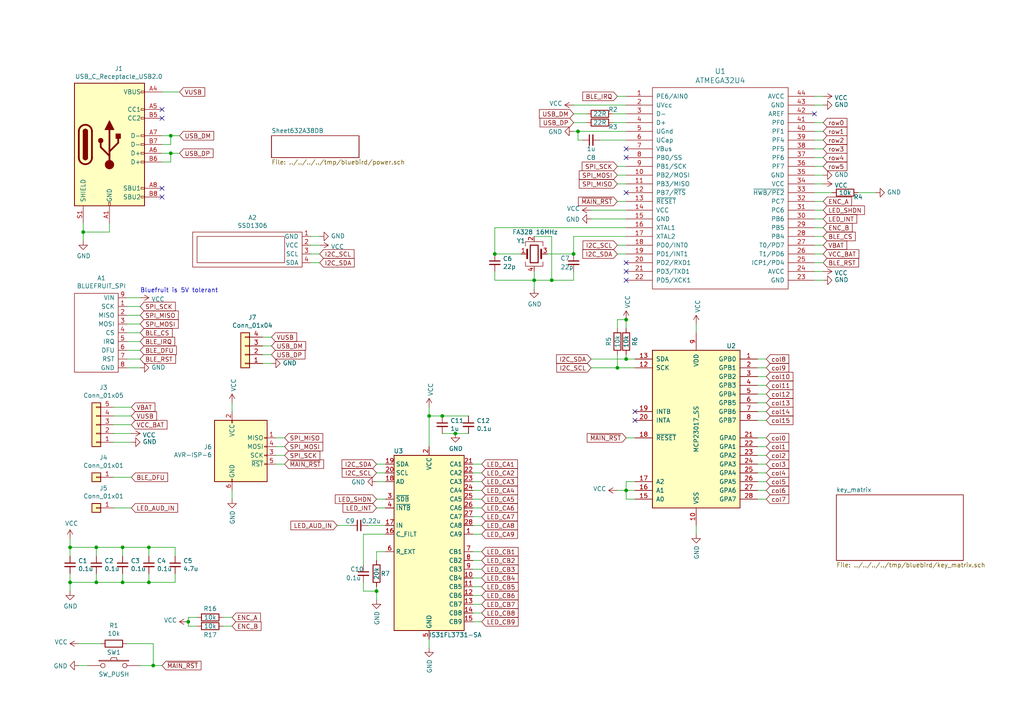
<source format=kicad_sch>
(kicad_sch (version 20230121) (generator eeschema)
  (paper "A4")
  (lib_symbols
    (symbol "Connector:AVR-ISP-6" (pin_names (offset 1.016))
      (property "Reference" "J" (at -6.35 11.43 0))
      (property "Value" "AVR-ISP-6" (at 0 11.43 0))
      (symbol "AVR-ISP-6_1_1"
        (pin passive line (at 10.16 5.08 180) (length 2.54) (name "MISO") (number "1"))
        (pin passive line (at -2.54 12.7 270) (length 2.54) (name "VCC") (number "2"))
        (pin passive line (at 10.16 0 180) (length 2.54) (name "SCK") (number "3"))
        (pin passive line (at 10.16 2.54 180) (length 2.54) (name "MOSI") (number "4"))
        (pin passive line (at 10.16 -2.54 180) (length 2.54) (name "~{RST}") (number "5"))
        (pin passive line (at -2.54 -10.16 90) (length 2.54) (name "GND") (number "6"))
      )
    )
    (symbol "Connector_Generic:Conn_01x01" (pin_names (offset 1.016) hide)
      (property "Reference" "J" (at 0 2.54 0))
      (property "Value" "Conn_01x01" (at 0 -2.54 0))
      (symbol "Conn_01x01_1_1"
        (pin passive line (at -5.08 0 0) (length 3.81) (name "Pin_1") (number "1"))
      )
    )
    (symbol "Connector_Generic:Conn_01x04" (pin_names (offset 1.016) hide)
      (property "Reference" "J" (at 0 5.08 0))
      (property "Value" "Conn_01x04" (at 0 -7.62 0))
      (symbol "Conn_01x04_1_1"
        (pin passive line (at -5.08 2.54 0) (length 3.81) (name "Pin_1") (number "1"))
        (pin passive line (at -5.08 0 0) (length 3.81) (name "Pin_2") (number "2"))
        (pin passive line (at -5.08 -2.54 0) (length 3.81) (name "Pin_3") (number "3"))
        (pin passive line (at -5.08 -5.08 0) (length 3.81) (name "Pin_4") (number "4"))
      )
    )
    (symbol "Connector_Generic:Conn_01x05" (pin_names (offset 1.016) hide)
      (property "Reference" "J" (at 0 7.62 0))
      (property "Value" "Conn_01x05" (at 0 -7.62 0))
      (symbol "Conn_01x05_1_1"
        (pin passive line (at -5.08 5.08 0) (length 3.81) (name "Pin_1") (number "1"))
        (pin passive line (at -5.08 2.54 0) (length 3.81) (name "Pin_2") (number "2"))
        (pin passive line (at -5.08 0 0) (length 3.81) (name "Pin_3") (number "3"))
        (pin passive line (at -5.08 -2.54 0) (length 3.81) (name "Pin_4") (number "4"))
        (pin passive line (at -5.08 -5.08 0) (length 3.81) (name "Pin_5") (number "5"))
      )
    )
    (symbol "Device:C_Small" (pin_numbers hide) (pin_names (offset 0.254) hide)
      (property "Reference" "C" (at 0.254 1.778 0))
      (property "Value" "C_Small" (at 0.254 -2.032 0))
      (symbol "C_Small_1_1"
        (pin passive line (at 0 2.54 270) (length 2.032) (name "~") (number "1"))
        (pin passive line (at 0 -2.54 90) (length 2.032) (name "~") (number "2"))
      )
    )
    (symbol "Device:Crystal_GND24" (pin_names (offset 1.016) hide)
      (property "Reference" "Y" (at 3.175 5.08 0))
      (property "Value" "Crystal_GND24" (at 3.175 3.175 0))
      (symbol "Crystal_GND24_1_1"
        (pin passive line (at -3.81 0 0) (length 1.27) (name "1") (number "1"))
        (pin passive line (at 0 5.08 270) (length 1.27) (name "2") (number "2"))
        (pin passive line (at 3.81 0 180) (length 1.27) (name "3") (number "3"))
        (pin passive line (at 0 -5.08 90) (length 1.27) (name "4") (number "4"))
      )
    )
    (symbol "Device:R" (pin_numbers hide) (pin_names (offset 0))
      (property "Reference" "R" (at 2.032 0 90))
      (property "Value" "R" (at 0 0 90))
      (symbol "R_1_1"
        (pin passive line (at 0 3.81 270) (length 1.27) (name "~") (number "1"))
        (pin passive line (at 0 -3.81 90) (length 1.27) (name "~") (number "2"))
      )
    )
    (symbol "Driver_LED:IS31FL3731-SA"
      (property "Reference" "U" (at -10.16 26.035 0))
      (property "Value" "IS31FL3731-SA" (at 2.54 -26.035 0))
      (symbol "IS31FL3731-SA_1_1"
        (pin bidirectional line (at 12.7 2.54 180) (length 2.54) (name "CA9") (number "1"))
        (pin bidirectional line (at 12.7 -10.16 180) (length 2.54) (name "CB4") (number "10"))
        (pin bidirectional line (at 12.7 -12.7 180) (length 2.54) (name "CB5") (number "11"))
        (pin bidirectional line (at 12.7 -15.24 180) (length 2.54) (name "CB6") (number "12"))
        (pin bidirectional line (at 12.7 -17.78 180) (length 2.54) (name "CB7") (number "13"))
        (pin bidirectional line (at 12.7 -20.32 180) (length 2.54) (name "CB8") (number "14"))
        (pin bidirectional line (at 12.7 -22.86 180) (length 2.54) (name "CB9") (number "15"))
        (pin passive line (at -12.7 2.54 0) (length 2.54) (name "C_FILT") (number "16"))
        (pin input line (at -12.7 5.08 0) (length 2.54) (name "IN") (number "17"))
        (pin input line (at -12.7 17.78 0) (length 2.54) (name "AD") (number "18"))
        (pin bidirectional line (at -12.7 22.86 0) (length 2.54) (name "SDA") (number "19"))
        (pin power_in line (at 0 27.94 270) (length 2.54) (name "VCC") (number "2"))
        (pin input line (at -12.7 20.32 0) (length 2.54) (name "SCL") (number "20"))
        (pin bidirectional line (at 12.7 22.86 180) (length 2.54) (name "CA1") (number "21"))
        (pin bidirectional line (at 12.7 20.32 180) (length 2.54) (name "CA2") (number "22"))
        (pin bidirectional line (at 12.7 17.78 180) (length 2.54) (name "CA3") (number "23"))
        (pin bidirectional line (at 12.7 15.24 180) (length 2.54) (name "CA4") (number "24"))
        (pin bidirectional line (at 12.7 12.7 180) (length 2.54) (name "CA5") (number "25"))
        (pin bidirectional line (at 12.7 10.16 180) (length 2.54) (name "CA6") (number "26"))
        (pin bidirectional line (at 12.7 7.62 180) (length 2.54) (name "CA7") (number "27"))
        (pin bidirectional line (at 12.7 5.08 180) (length 2.54) (name "CA8") (number "28"))
        (pin input line (at -12.7 12.7 0) (length 2.54) (name "~{SDB}") (number "3"))
        (pin open_collector line (at -12.7 10.16 0) (length 2.54) (name "~{INTB}") (number "4"))
        (pin power_in line (at 0 -27.94 90) (length 2.54) (name "GND") (number "5"))
        (pin passive line (at -12.7 -2.54 0) (length 2.54) (name "R_EXT") (number "6"))
        (pin bidirectional line (at 12.7 -2.54 180) (length 2.54) (name "CB1") (number "7"))
        (pin bidirectional line (at 12.7 -5.08 180) (length 2.54) (name "CB2") (number "8"))
        (pin bidirectional line (at 12.7 -7.62 180) (length 2.54) (name "CB3") (number "9"))
      )
    )
    (symbol "Interface_Expansion:MCP23017_SS" (pin_names (offset 1.016))
      (property "Reference" "U" (at -11.43 24.13 0))
      (property "Value" "MCP23017_SS" (at 0 0 0))
      (symbol "MCP23017_SS_1_1"
        (pin bidirectional line (at 17.78 20.32 180) (length 5.08) (name "GPB0") (number "1"))
        (pin power_in line (at 0 -27.94 90) (length 5.08) (name "VSS") (number "10"))
        (pin no_connect line (at -12.7 15.24 0) (length 5.08) hide (name "NC") (number "11"))
        (pin input line (at -17.78 17.78 0) (length 5.08) (name "SCK") (number "12"))
        (pin bidirectional line (at -17.78 20.32 0) (length 5.08) (name "SDA") (number "13"))
        (pin no_connect line (at -12.7 12.7 0) (length 5.08) hide (name "NC") (number "14"))
        (pin input line (at -17.78 -20.32 0) (length 5.08) (name "A0") (number "15"))
        (pin input line (at -17.78 -17.78 0) (length 5.08) (name "A1") (number "16"))
        (pin input line (at -17.78 -15.24 0) (length 5.08) (name "A2") (number "17"))
        (pin input line (at -17.78 -2.54 0) (length 5.08) (name "~{RESET}") (number "18"))
        (pin tri_state line (at -17.78 5.08 0) (length 5.08) (name "INTB") (number "19"))
        (pin bidirectional line (at 17.78 17.78 180) (length 5.08) (name "GPB1") (number "2"))
        (pin tri_state line (at -17.78 2.54 0) (length 5.08) (name "INTA") (number "20"))
        (pin bidirectional line (at 17.78 -2.54 180) (length 5.08) (name "GPA0") (number "21"))
        (pin bidirectional line (at 17.78 -5.08 180) (length 5.08) (name "GPA1") (number "22"))
        (pin bidirectional line (at 17.78 -7.62 180) (length 5.08) (name "GPA2") (number "23"))
        (pin bidirectional line (at 17.78 -10.16 180) (length 5.08) (name "GPA3") (number "24"))
        (pin bidirectional line (at 17.78 -12.7 180) (length 5.08) (name "GPA4") (number "25"))
        (pin bidirectional line (at 17.78 -15.24 180) (length 5.08) (name "GPA5") (number "26"))
        (pin bidirectional line (at 17.78 -17.78 180) (length 5.08) (name "GPA6") (number "27"))
        (pin bidirectional line (at 17.78 -20.32 180) (length 5.08) (name "GPA7") (number "28"))
        (pin bidirectional line (at 17.78 15.24 180) (length 5.08) (name "GPB2") (number "3"))
        (pin bidirectional line (at 17.78 12.7 180) (length 5.08) (name "GPB3") (number "4"))
        (pin bidirectional line (at 17.78 10.16 180) (length 5.08) (name "GPB4") (number "5"))
        (pin bidirectional line (at 17.78 7.62 180) (length 5.08) (name "GPB5") (number "6"))
        (pin bidirectional line (at 17.78 5.08 180) (length 5.08) (name "GPB6") (number "7"))
        (pin bidirectional line (at 17.78 2.54 180) (length 5.08) (name "GPB7") (number "8"))
        (pin power_in line (at 0 27.94 270) (length 5.08) (name "VDD") (number "9"))
      )
    )
    (symbol "bluebird-rescue:ATMEGA32U4-keyboard_parts" (pin_names (offset 1.016))
      (property "Reference" "U" (at 0 -31.75 0))
      (property "Value" "keyboard_parts_ATMEGA32U4" (at 0 31.75 0))
      (symbol "ATMEGA32U4-keyboard_parts_1_1"
        (pin bidirectional line (at -26.67 26.67 0) (length 7.62) (name "PE6/AIN0") (number "1"))
        (pin bidirectional line (at -26.67 3.81 0) (length 7.62) (name "PB2/MOSI") (number "10"))
        (pin bidirectional line (at -26.67 1.27 0) (length 7.62) (name "PB3/MISO") (number "11"))
        (pin bidirectional line (at -26.67 -1.27 0) (length 7.62) (name "PB7/~{RTS}") (number "12"))
        (pin input line (at -26.67 -3.81 0) (length 7.62) (name "~{RESET}") (number "13"))
        (pin power_in line (at -26.67 -6.35 0) (length 7.62) (name "VCC") (number "14"))
        (pin power_in line (at -26.67 -8.89 0) (length 7.62) (name "GND") (number "15"))
        (pin input line (at -26.67 -11.43 0) (length 7.62) (name "XTAL1") (number "16"))
        (pin output line (at -26.67 -13.97 0) (length 7.62) (name "XTAL2") (number "17"))
        (pin bidirectional line (at -26.67 -16.51 0) (length 7.62) (name "PD0/INT0") (number "18"))
        (pin bidirectional line (at -26.67 -19.05 0) (length 7.62) (name "PD1/INT1") (number "19"))
        (pin power_in line (at -26.67 24.13 0) (length 7.62) (name "UVcc") (number "2"))
        (pin bidirectional line (at -26.67 -21.59 0) (length 7.62) (name "PD2/RXD1") (number "20"))
        (pin bidirectional line (at -26.67 -24.13 0) (length 7.62) (name "PD3/TXD1") (number "21"))
        (pin bidirectional line (at -26.67 -26.67 0) (length 7.62) (name "PD5/XCK1") (number "22"))
        (pin power_in line (at 27.94 -26.67 180) (length 7.62) (name "GND") (number "23"))
        (pin power_in line (at 27.94 -24.13 180) (length 7.62) (name "AVCC") (number "24"))
        (pin bidirectional line (at 27.94 -21.59 180) (length 7.62) (name "ICP1/PD4") (number "25"))
        (pin bidirectional line (at 27.94 -19.05 180) (length 7.62) (name "T1/PD6") (number "26"))
        (pin bidirectional line (at 27.94 -16.51 180) (length 7.62) (name "T0/PD7") (number "27"))
        (pin bidirectional line (at 27.94 -13.97 180) (length 7.62) (name "PB4") (number "28"))
        (pin bidirectional line (at 27.94 -11.43 180) (length 7.62) (name "PB5") (number "29"))
        (pin bidirectional line (at -26.67 21.59 0) (length 7.62) (name "D-") (number "3"))
        (pin bidirectional line (at 27.94 -8.89 180) (length 7.62) (name "PB6") (number "30"))
        (pin bidirectional line (at 27.94 -6.35 180) (length 7.62) (name "PC6") (number "31"))
        (pin bidirectional line (at 27.94 -3.81 180) (length 7.62) (name "PC7") (number "32"))
        (pin bidirectional line (at 27.94 -1.27 180) (length 7.62) (name "~{HWB/PE2}") (number "33"))
        (pin power_in line (at 27.94 1.27 180) (length 7.62) (name "VCC") (number "34"))
        (pin power_in line (at 27.94 3.81 180) (length 7.62) (name "GND") (number "35"))
        (pin bidirectional line (at 27.94 6.35 180) (length 7.62) (name "PF7") (number "36"))
        (pin bidirectional line (at 27.94 8.89 180) (length 7.62) (name "PF6") (number "37"))
        (pin bidirectional line (at 27.94 11.43 180) (length 7.62) (name "PF5") (number "38"))
        (pin bidirectional line (at 27.94 13.97 180) (length 7.62) (name "PF4") (number "39"))
        (pin bidirectional line (at -26.67 19.05 0) (length 7.62) (name "D+") (number "4"))
        (pin bidirectional line (at 27.94 16.51 180) (length 7.62) (name "PF1") (number "40"))
        (pin bidirectional line (at 27.94 19.05 180) (length 7.62) (name "PF0") (number "41"))
        (pin input line (at 27.94 21.59 180) (length 7.62) (name "AREF") (number "42"))
        (pin power_in line (at 27.94 24.13 180) (length 7.62) (name "GND") (number "43"))
        (pin power_in line (at 27.94 26.67 180) (length 7.62) (name "AVCC") (number "44"))
        (pin power_in line (at -26.67 16.51 0) (length 7.62) (name "UGnd") (number "5"))
        (pin input line (at -26.67 13.97 0) (length 7.62) (name "UCap") (number "6"))
        (pin input line (at -26.67 11.43 0) (length 7.62) (name "VBus") (number "7"))
        (pin bidirectional line (at -26.67 8.89 0) (length 7.62) (name "PB0/SS") (number "8"))
        (pin bidirectional line (at -26.67 6.35 0) (length 7.62) (name "PB1/SCK") (number "9"))
      )
    )
    (symbol "bluebird-rescue:SW_PUSH-keyboard_parts" (pin_numbers hide) (pin_names (offset 1.016) hide)
      (property "Reference" "SW" (at 3.81 2.794 0))
      (property "Value" "keyboard_parts_SW_PUSH" (at 0 -2.032 0))
      (symbol "SW_PUSH-keyboard_parts_0_1"
        (pin passive inverted (at -7.62 0 0) (length 5.08) (name "1") (number "1"))
        (pin passive inverted (at 7.62 0 180) (length 5.08) (name "2") (number "2"))
      )
    )
    (symbol "bluebird-rescue:USB_C_Receptacle_USB2.0-Connector" (pin_names (offset 1.016))
      (property "Reference" "J" (at -10.16 19.05 0))
      (property "Value" "Connector_USB_C_Receptacle_USB2.0" (at 19.05 19.05 0))
      (symbol "USB_C_Receptacle_USB2.0-Connector_1_1"
        (pin power_in line (at 0 -22.86 90) (length 5.08) (name "GND") (number "A1"))
        (pin passive line (at 0 -22.86 90) (length 5.08) hide (name "GND") (number "A12"))
        (pin power_in line (at 15.24 15.24 180) (length 5.08) (name "VBUS") (number "A4"))
        (pin bidirectional line (at 15.24 10.16 180) (length 5.08) (name "CC1") (number "A5"))
        (pin bidirectional line (at 15.24 -2.54 180) (length 5.08) (name "D+") (number "A6"))
        (pin bidirectional line (at 15.24 2.54 180) (length 5.08) (name "D-") (number "A7"))
        (pin bidirectional line (at 15.24 -12.7 180) (length 5.08) (name "SBU1") (number "A8"))
        (pin passive line (at 15.24 15.24 180) (length 5.08) hide (name "VBUS") (number "A9"))
        (pin passive line (at 0 -22.86 90) (length 5.08) hide (name "GND") (number "B1"))
        (pin passive line (at 0 -22.86 90) (length 5.08) hide (name "GND") (number "B12"))
        (pin passive line (at 15.24 15.24 180) (length 5.08) hide (name "VBUS") (number "B4"))
        (pin bidirectional line (at 15.24 7.62 180) (length 5.08) (name "CC2") (number "B5"))
        (pin bidirectional line (at 15.24 -5.08 180) (length 5.08) (name "D+") (number "B6"))
        (pin bidirectional line (at 15.24 0 180) (length 5.08) (name "D-") (number "B7"))
        (pin bidirectional line (at 15.24 -15.24 180) (length 5.08) (name "SBU2") (number "B8"))
        (pin passive line (at 15.24 15.24 180) (length 5.08) hide (name "VBUS") (number "B9"))
        (pin passive line (at -7.62 -22.86 90) (length 5.08) (name "SHIELD") (number "S1"))
      )
    )
    (symbol "custom:BLUEFRUIT_SPI" (pin_names (offset 1.016))
      (property "Reference" "A" (at -5.08 12.7 0))
      (property "Value" "BLUEFRUIT_SPI" (at 1.27 -15.24 0))
      (symbol "BLUEFRUIT_SPI_1_1"
        (pin bidirectional line (at 8.89 7.62 180) (length 2.54) (name "SCK") (number "1"))
        (pin output line (at 8.89 5.08 180) (length 2.54) (name "MISO") (number "2"))
        (pin input line (at 8.89 2.54 180) (length 2.54) (name "MOSI") (number "3"))
        (pin input line (at 8.89 0 180) (length 2.54) (name "CS") (number "4"))
        (pin output line (at 8.89 -2.54 180) (length 2.54) (name "IRQ") (number "5"))
        (pin input line (at 8.89 -5.08 180) (length 2.54) (name "DFU") (number "6"))
        (pin input line (at 8.89 -7.62 180) (length 2.54) (name "RST") (number "7"))
        (pin power_in line (at 8.89 -10.16 180) (length 2.54) (name "GND") (number "8"))
        (pin power_in line (at 8.89 10.16 180) (length 2.54) (name "VIN") (number "9"))
      )
    )
    (symbol "custom:SSD1306" (pin_names (offset 1.016))
      (property "Reference" "A" (at 1.27 11.43 0))
      (property "Value" "SSD1306" (at 19.05 5.08 0))
      (symbol "SSD1306_1_1"
        (pin input line (at -2.54 1.27 0) (length 2.54) (name "GND") (number "1"))
        (pin input line (at -2.54 3.81 0) (length 2.54) (name "VCC") (number "2"))
        (pin input line (at -2.54 6.35 0) (length 2.54) (name "SCL") (number "3"))
        (pin input line (at -2.54 8.89 0) (length 2.54) (name "SDA") (number "4"))
      )
    )
    (symbol "power:GND" (power) (pin_names (offset 0))
      (property "Value" "GND" (at 0 -3.81 0))
      (symbol "GND_1_1"
        (pin power_in line (at 0 0 270) (length 0) hide (name "GND") (number "1"))
      )
    )
    (symbol "power:VCC" (power) (pin_names (offset 0))
      (property "Value" "VCC" (at 0 3.81 0))
      (symbol "VCC_1_1"
        (pin power_in line (at 0 0 90) (length 0) hide (name "VCC") (number "1"))
      )
    )
  )
  (junction (at 124.46 120.65))
  (junction (at 20.32 168.91))
  (junction (at 179.07 106.68))
  (junction (at 166.37 73.66))
  (junction (at 43.18 158.75))
  (junction (at 35.56 158.75))
  (junction (at 49.53 44.45))
  (junction (at 43.18 168.91))
  (junction (at 44.45 193.04))
  (junction (at 27.94 158.75))
  (junction (at 128.27 120.65))
  (junction (at 24.13 67.31))
  (junction (at 109.22 171.45))
  (junction (at 181.61 92.71))
  (junction (at 154.94 81.28))
  (junction (at 27.94 168.91))
  (junction (at 143.51 73.66))
  (junction (at 35.56 168.91))
  (junction (at 49.53 39.37))
  (junction (at 181.61 104.14))
  (junction (at 20.32 158.75))
  (junction (at 54.61 180.34))
  (junction (at 181.61 142.24))
  (junction (at 167.64 38.1))
  (junction (at 132.08 125.73))
  (junction (at 160.02 81.28))
  (no_connect (at 181.61 45.72))
  (no_connect (at 181.61 43.18))
  (no_connect (at 46.99 34.29))
  (no_connect (at 181.61 55.88))
  (no_connect (at 181.61 81.28))
  (no_connect (at 46.99 31.75))
  (no_connect (at 184.15 121.92))
  (no_connect (at 181.61 76.2))
  (no_connect (at 181.61 78.74))
  (no_connect (at 46.99 54.61))
  (no_connect (at 236.22 33.02))
  (no_connect (at 184.15 119.38))
  (no_connect (at 46.99 57.15))
  (wire (pts (xy 43.18 161.29) (xy 43.18 158.75)))
  (wire (pts (xy 219.71 129.54) (xy 222.25 129.54)))
  (wire (pts (xy 179.07 92.71) (xy 181.61 92.71)))
  (wire (pts (xy 80.01 129.54) (xy 82.55 129.54)))
  (wire (pts (xy 44.45 193.04) (xy 40.64 193.04)))
  (wire (pts (xy 181.61 58.42) (xy 179.07 58.42)))
  (wire (pts (xy 137.16 154.94) (xy 139.7 154.94)))
  (wire (pts (xy 170.18 33.02) (xy 166.37 33.02)))
  (wire (pts (xy 109.22 171.45) (xy 109.22 173.99)))
  (wire (pts (xy 236.22 30.48) (xy 238.76 30.48)))
  (wire (pts (xy 90.17 73.66) (xy 92.71 73.66)))
  (wire (pts (xy 179.07 142.24) (xy 181.61 142.24)))
  (wire (pts (xy 76.2 102.87) (xy 78.74 102.87)))
  (wire (pts (xy 31.75 67.31) (xy 31.75 64.77)))
  (wire (pts (xy 137.16 167.64) (xy 139.7 167.64)))
  (wire (pts (xy 49.53 44.45) (xy 52.07 44.45)))
  (wire (pts (xy 49.53 39.37) (xy 52.07 39.37)))
  (wire (pts (xy 248.92 55.88) (xy 254 55.88)))
  (wire (pts (xy 181.61 33.02) (xy 177.8 33.02)))
  (wire (pts (xy 137.16 147.32) (xy 139.7 147.32)))
  (wire (pts (xy 36.83 101.6) (xy 40.64 101.6)))
  (wire (pts (xy 111.76 139.7) (xy 109.22 139.7)))
  (wire (pts (xy 219.71 139.7) (xy 222.25 139.7)))
  (wire (pts (xy 219.71 111.76) (xy 222.25 111.76)))
  (wire (pts (xy 27.94 161.29) (xy 27.94 158.75)))
  (wire (pts (xy 20.32 171.45) (xy 20.32 168.91)))
  (wire (pts (xy 36.83 93.98) (xy 40.64 93.98)))
  (wire (pts (xy 54.61 181.61) (xy 54.61 180.34)))
  (wire (pts (xy 181.61 144.78) (xy 184.15 144.78)))
  (wire (pts (xy 22.86 186.69) (xy 29.21 186.69)))
  (wire (pts (xy 137.16 142.24) (xy 139.7 142.24)))
  (wire (pts (xy 154.94 78.74) (xy 154.94 81.28)))
  (wire (pts (xy 76.2 97.79) (xy 78.74 97.79)))
  (wire (pts (xy 33.02 123.19) (xy 38.1 123.19)))
  (wire (pts (xy 33.02 147.32) (xy 38.1 147.32)))
  (wire (pts (xy 76.2 100.33) (xy 78.74 100.33)))
  (wire (pts (xy 36.83 96.52) (xy 40.64 96.52)))
  (wire (pts (xy 24.13 69.85) (xy 24.13 67.31)))
  (wire (pts (xy 151.13 73.66) (xy 143.51 73.66)))
  (wire (pts (xy 166.37 78.74) (xy 166.37 81.28)))
  (wire (pts (xy 135.89 120.65) (xy 128.27 120.65)))
  (wire (pts (xy 36.83 86.36) (xy 40.64 86.36)))
  (wire (pts (xy 201.93 93.98) (xy 201.93 96.52)))
  (wire (pts (xy 181.61 73.66) (xy 179.07 73.66)))
  (wire (pts (xy 236.22 76.2) (xy 238.76 76.2)))
  (wire (pts (xy 43.18 166.37) (xy 43.18 168.91)))
  (wire (pts (xy 219.71 121.92) (xy 222.25 121.92)))
  (wire (pts (xy 137.16 177.8) (xy 139.7 177.8)))
  (wire (pts (xy 236.22 60.96) (xy 238.76 60.96)))
  (wire (pts (xy 111.76 134.62) (xy 109.22 134.62)))
  (wire (pts (xy 20.32 168.91) (xy 27.94 168.91)))
  (wire (pts (xy 154.94 81.28) (xy 154.94 83.82)))
  (wire (pts (xy 35.56 158.75) (xy 43.18 158.75)))
  (wire (pts (xy 24.13 64.77) (xy 24.13 67.31)))
  (wire (pts (xy 80.01 134.62) (xy 82.55 134.62)))
  (wire (pts (xy 160.02 68.58) (xy 160.02 81.28)))
  (wire (pts (xy 137.16 180.34) (xy 139.7 180.34)))
  (wire (pts (xy 67.31 181.61) (xy 64.77 181.61)))
  (wire (pts (xy 166.37 68.58) (xy 166.37 73.66)))
  (wire (pts (xy 36.83 104.14) (xy 40.64 104.14)))
  (wire (pts (xy 33.02 118.11) (xy 38.1 118.11)))
  (wire (pts (xy 105.41 154.94) (xy 105.41 163.83)))
  (wire (pts (xy 33.02 128.27) (xy 38.1 128.27)))
  (wire (pts (xy 137.16 137.16) (xy 139.7 137.16)))
  (wire (pts (xy 49.53 41.91) (xy 49.53 39.37)))
  (wire (pts (xy 219.71 114.3) (xy 222.25 114.3)))
  (wire (pts (xy 236.22 45.72) (xy 238.76 45.72)))
  (wire (pts (xy 171.45 60.96) (xy 181.61 60.96)))
  (wire (pts (xy 236.22 78.74) (xy 238.76 78.74)))
  (wire (pts (xy 179.07 95.25) (xy 179.07 92.71)))
  (wire (pts (xy 158.75 73.66) (xy 166.37 73.66)))
  (wire (pts (xy 109.22 144.78) (xy 111.76 144.78)))
  (wire (pts (xy 67.31 179.07) (xy 64.77 179.07)))
  (wire (pts (xy 236.22 48.26) (xy 238.76 48.26)))
  (wire (pts (xy 36.83 88.9) (xy 40.64 88.9)))
  (wire (pts (xy 181.61 142.24) (xy 181.61 144.78)))
  (wire (pts (xy 137.16 144.78) (xy 139.7 144.78)))
  (wire (pts (xy 143.51 81.28) (xy 154.94 81.28)))
  (wire (pts (xy 181.61 139.7) (xy 181.61 142.24)))
  (wire (pts (xy 181.61 95.25) (xy 181.61 92.71)))
  (wire (pts (xy 143.51 66.04) (xy 143.51 73.66)))
  (wire (pts (xy 46.99 41.91) (xy 49.53 41.91)))
  (wire (pts (xy 76.2 105.41) (xy 78.74 105.41)))
  (wire (pts (xy 49.53 46.99) (xy 46.99 46.99)))
  (wire (pts (xy 166.37 38.1) (xy 167.64 38.1)))
  (wire (pts (xy 201.93 152.4) (xy 201.93 154.94)))
  (wire (pts (xy 27.94 158.75) (xy 35.56 158.75)))
  (wire (pts (xy 219.71 137.16) (xy 222.25 137.16)))
  (wire (pts (xy 179.07 106.68) (xy 184.15 106.68)))
  (wire (pts (xy 27.94 168.91) (xy 35.56 168.91)))
  (wire (pts (xy 137.16 175.26) (xy 139.7 175.26)))
  (wire (pts (xy 36.83 91.44) (xy 40.64 91.44)))
  (wire (pts (xy 181.61 102.87) (xy 181.61 104.14)))
  (wire (pts (xy 24.13 67.31) (xy 31.75 67.31)))
  (wire (pts (xy 50.8 158.75) (xy 50.8 161.29)))
  (wire (pts (xy 67.31 144.78) (xy 67.31 142.24)))
  (wire (pts (xy 236.22 38.1) (xy 238.76 38.1)))
  (wire (pts (xy 50.8 168.91) (xy 50.8 166.37)))
  (wire (pts (xy 236.22 81.28) (xy 238.76 81.28)))
  (wire (pts (xy 137.16 165.1) (xy 139.7 165.1)))
  (wire (pts (xy 33.02 120.65) (xy 38.1 120.65)))
  (wire (pts (xy 160.02 81.28) (xy 166.37 81.28)))
  (wire (pts (xy 167.64 40.64) (xy 168.91 40.64)))
  (wire (pts (xy 46.99 193.04) (xy 44.45 193.04)))
  (wire (pts (xy 137.16 149.86) (xy 139.7 149.86)))
  (wire (pts (xy 105.41 168.91) (xy 105.41 171.45)))
  (wire (pts (xy 154.94 68.58) (xy 160.02 68.58)))
  (wire (pts (xy 44.45 186.69) (xy 44.45 193.04)))
  (wire (pts (xy 20.32 161.29) (xy 20.32 158.75)))
  (wire (pts (xy 219.71 127) (xy 222.25 127)))
  (wire (pts (xy 236.22 53.34) (xy 238.76 53.34)))
  (wire (pts (xy 90.17 71.12) (xy 92.71 71.12)))
  (wire (pts (xy 20.32 166.37) (xy 20.32 168.91)))
  (wire (pts (xy 184.15 142.24) (xy 181.61 142.24)))
  (wire (pts (xy 101.6 152.4) (xy 97.79 152.4)))
  (wire (pts (xy 106.68 152.4) (xy 111.76 152.4)))
  (wire (pts (xy 36.83 186.69) (xy 44.45 186.69)))
  (wire (pts (xy 236.22 43.18) (xy 238.76 43.18)))
  (wire (pts (xy 137.16 152.4) (xy 139.7 152.4)))
  (wire (pts (xy 236.22 55.88) (xy 241.3 55.88)))
  (wire (pts (xy 181.61 27.94) (xy 179.07 27.94)))
  (wire (pts (xy 219.71 119.38) (xy 222.25 119.38)))
  (wire (pts (xy 124.46 185.42) (xy 124.46 187.96)))
  (wire (pts (xy 219.71 106.68) (xy 222.25 106.68)))
  (wire (pts (xy 36.83 106.68) (xy 40.64 106.68)))
  (wire (pts (xy 181.61 50.8) (xy 179.07 50.8)))
  (wire (pts (xy 143.51 66.04) (xy 181.61 66.04)))
  (wire (pts (xy 137.16 162.56) (xy 139.7 162.56)))
  (wire (pts (xy 184.15 139.7) (xy 181.61 139.7)))
  (wire (pts (xy 181.61 68.58) (xy 166.37 68.58)))
  (wire (pts (xy 109.22 147.32) (xy 111.76 147.32)))
  (wire (pts (xy 219.71 104.14) (xy 222.25 104.14)))
  (wire (pts (xy 181.61 38.1) (xy 167.64 38.1)))
  (wire (pts (xy 57.15 181.61) (xy 54.61 181.61)))
  (wire (pts (xy 38.1 138.43) (xy 33.02 138.43)))
  (wire (pts (xy 181.61 71.12) (xy 179.07 71.12)))
  (wire (pts (xy 57.15 179.07) (xy 54.61 179.07)))
  (wire (pts (xy 43.18 158.75) (xy 50.8 158.75)))
  (wire (pts (xy 236.22 68.58) (xy 238.76 68.58)))
  (wire (pts (xy 236.22 71.12) (xy 238.76 71.12)))
  (wire (pts (xy 154.94 81.28) (xy 160.02 81.28)))
  (wire (pts (xy 181.61 104.14) (xy 171.45 104.14)))
  (wire (pts (xy 111.76 154.94) (xy 105.41 154.94)))
  (wire (pts (xy 181.61 35.56) (xy 177.8 35.56)))
  (wire (pts (xy 124.46 120.65) (xy 124.46 129.54)))
  (wire (pts (xy 137.16 139.7) (xy 139.7 139.7)))
  (wire (pts (xy 109.22 170.18) (xy 109.22 171.45)))
  (wire (pts (xy 219.71 109.22) (xy 222.25 109.22)))
  (wire (pts (xy 43.18 168.91) (xy 50.8 168.91)))
  (wire (pts (xy 171.45 106.68) (xy 179.07 106.68)))
  (wire (pts (xy 181.61 53.34) (xy 179.07 53.34)))
  (wire (pts (xy 46.99 26.67) (xy 52.07 26.67)))
  (wire (pts (xy 181.61 30.48) (xy 166.37 30.48)))
  (wire (pts (xy 90.17 68.58) (xy 92.71 68.58)))
  (wire (pts (xy 236.22 58.42) (xy 238.76 58.42)))
  (wire (pts (xy 137.16 134.62) (xy 139.7 134.62)))
  (wire (pts (xy 236.22 40.64) (xy 238.76 40.64)))
  (wire (pts (xy 67.31 116.84) (xy 67.31 119.38)))
  (wire (pts (xy 184.15 127) (xy 181.61 127)))
  (wire (pts (xy 49.53 39.37) (xy 46.99 39.37)))
  (wire (pts (xy 184.15 104.14) (xy 181.61 104.14)))
  (wire (pts (xy 90.17 76.2) (xy 92.71 76.2)))
  (wire (pts (xy 35.56 161.29) (xy 35.56 158.75)))
  (wire (pts (xy 46.99 44.45) (xy 49.53 44.45)))
  (wire (pts (xy 27.94 166.37) (xy 27.94 168.91)))
  (wire (pts (xy 236.22 35.56) (xy 238.76 35.56)))
  (wire (pts (xy 171.45 63.5) (xy 181.61 63.5)))
  (wire (pts (xy 105.41 171.45) (xy 109.22 171.45)))
  (wire (pts (xy 219.71 144.78) (xy 222.25 144.78)))
  (wire (pts (xy 111.76 160.02) (xy 109.22 160.02)))
  (wire (pts (xy 238.76 66.04) (xy 236.22 66.04)))
  (wire (pts (xy 137.16 160.02) (xy 139.7 160.02)))
  (wire (pts (xy 111.76 137.16) (xy 109.22 137.16)))
  (wire (pts (xy 132.08 125.73) (xy 135.89 125.73)))
  (wire (pts (xy 137.16 170.18) (xy 139.7 170.18)))
  (wire (pts (xy 219.71 116.84) (xy 222.25 116.84)))
  (wire (pts (xy 170.18 35.56) (xy 166.37 35.56)))
  (wire (pts (xy 219.71 134.62) (xy 222.25 134.62)))
  (wire (pts (xy 137.16 172.72) (xy 139.7 172.72)))
  (wire (pts (xy 49.53 44.45) (xy 49.53 46.99)))
  (wire (pts (xy 128.27 120.65) (xy 124.46 120.65)))
  (wire (pts (xy 33.02 125.73) (xy 38.1 125.73)))
  (wire (pts (xy 25.4 193.04) (xy 22.86 193.04)))
  (wire (pts (xy 80.01 127) (xy 82.55 127)))
  (wire (pts (xy 179.07 102.87) (xy 179.07 106.68)))
  (wire (pts (xy 236.22 50.8) (xy 238.76 50.8)))
  (wire (pts (xy 35.56 166.37) (xy 35.56 168.91)))
  (wire (pts (xy 219.71 142.24) (xy 222.25 142.24)))
  (wire (pts (xy 124.46 118.11) (xy 124.46 120.65)))
  (wire (pts (xy 54.61 179.07) (xy 54.61 180.34)))
  (wire (pts (xy 167.64 38.1) (xy 167.64 40.64)))
  (wire (pts (xy 20.32 156.21) (xy 20.32 158.75)))
  (wire (pts (xy 109.22 160.02) (xy 109.22 162.56)))
  (wire (pts (xy 128.27 125.73) (xy 132.08 125.73)))
  (wire (pts (xy 80.01 132.08) (xy 82.55 132.08)))
  (wire (pts (xy 181.61 48.26) (xy 179.07 48.26)))
  (wire (pts (xy 20.32 158.75) (xy 27.94 158.75)))
  (wire (pts (xy 236.22 27.94) (xy 238.76 27.94)))
  (wire (pts (xy 236.22 73.66) (xy 238.76 73.66)))
  (wire (pts (xy 173.99 40.64) (xy 181.61 40.64)))
  (wire (pts (xy 236.22 63.5) (xy 238.76 63.5)))
  (wire (pts (xy 36.83 99.06) (xy 40.64 99.06)))
  (wire (pts (xy 35.56 168.91) (xy 43.18 168.91)))
  (wire (pts (xy 219.71 132.08) (xy 222.25 132.08)))
  (wire (pts (xy 143.51 78.74) (xy 143.51 81.28)))
  (text "Bluefruit is 5V tolerant" (at 40.64 85.09 0) (effects (font (size 1.27 1.27)) (justify left bottom)))
  (global_label "col4" (shape input) (at 222.25 137.16 0) (property "Intersheetrefs" "${INTERSHEET_REFS}" (effects hide)))
  (global_label "col6" (shape input) (at 222.25 142.24 0) (property "Intersheetrefs" "${INTERSHEET_REFS}" (effects hide)))
  (global_label "LED_CA6" (shape input) (at 139.7 147.32 0) (property "Intersheetrefs" "${INTERSHEET_REFS}" (effects hide)))
  (global_label "col9" (shape input) (at 222.25 106.68 0) (property "Intersheetrefs" "${INTERSHEET_REFS}" (effects hide)))
  (global_label "col0" (shape input) (at 222.25 127 0) (property "Intersheetrefs" "${INTERSHEET_REFS}" (effects hide)))
  (global_label "LED_INT" (shape input) (at 238.76 63.5 0) (property "Intersheetrefs" "${INTERSHEET_REFS}" (effects hide)))
  (global_label "VCC_BAT" (shape input) (at 238.76 73.66 0) (property "Intersheetrefs" "${INTERSHEET_REFS}" (effects hide)))
  (global_label "row4" (shape input) (at 238.76 45.72 0) (property "Intersheetrefs" "${INTERSHEET_REFS}" (effects hide)))
  (global_label "LED_CA9" (shape input) (at 139.7 154.94 0) (property "Intersheetrefs" "${INTERSHEET_REFS}" (effects hide)))
  (global_label "LED_CB3" (shape input) (at 139.7 165.1 0) (property "Intersheetrefs" "${INTERSHEET_REFS}" (effects hide)))
  (global_label "col3" (shape input) (at 222.25 134.62 0) (property "Intersheetrefs" "${INTERSHEET_REFS}" (effects hide)))
  (global_label "LED_CA4" (shape input) (at 139.7 142.24 0) (property "Intersheetrefs" "${INTERSHEET_REFS}" (effects hide)))
  (global_label "USB_DP" (shape input) (at 52.07 44.45 0) (property "Intersheetrefs" "${INTERSHEET_REFS}" (effects hide)))
  (global_label "LED_CA8" (shape input) (at 139.7 152.4 0) (property "Intersheetrefs" "${INTERSHEET_REFS}" (effects hide)))
  (global_label "SPI_MOSI" (shape input) (at 179.07 50.8 180) (property "Intersheetrefs" "${INTERSHEET_REFS}" (effects hide)))
  (global_label "LED_CB8" (shape input) (at 139.7 177.8 0) (property "Intersheetrefs" "${INTERSHEET_REFS}" (effects hide)))
  (global_label "LED_CA2" (shape input) (at 139.7 137.16 0) (property "Intersheetrefs" "${INTERSHEET_REFS}" (effects hide)))
  (global_label "col15" (shape input) (at 222.25 121.92 0) (property "Intersheetrefs" "${INTERSHEET_REFS}" (effects hide)))
  (global_label "SPI_MISO" (shape input) (at 179.07 53.34 180) (property "Intersheetrefs" "${INTERSHEET_REFS}" (effects hide)))
  (global_label "row2" (shape input) (at 238.76 40.64 0) (property "Intersheetrefs" "${INTERSHEET_REFS}" (effects hide)))
  (global_label "~{MAIN_RST}" (shape input) (at 181.61 127 180) (property "Intersheetrefs" "${INTERSHEET_REFS}" (effects hide)))
  (global_label "I2C_SDA" (shape input) (at 109.22 134.62 180) (property "Intersheetrefs" "${INTERSHEET_REFS}" (effects hide)))
  (global_label "ENC_B" (shape input) (at 67.31 181.61 0) (property "Intersheetrefs" "${INTERSHEET_REFS}" (effects hide)))
  (global_label "col2" (shape input) (at 222.25 132.08 0) (property "Intersheetrefs" "${INTERSHEET_REFS}" (effects hide)))
  (global_label "LED_CB4" (shape input) (at 139.7 167.64 0) (property "Intersheetrefs" "${INTERSHEET_REFS}" (effects hide)))
  (global_label "col13" (shape input) (at 222.25 116.84 0) (property "Intersheetrefs" "${INTERSHEET_REFS}" (effects hide)))
  (global_label "SPI_MISO" (shape input) (at 40.64 91.44 0) (property "Intersheetrefs" "${INTERSHEET_REFS}" (effects hide)))
  (global_label "LED_CB5" (shape input) (at 139.7 170.18 0) (property "Intersheetrefs" "${INTERSHEET_REFS}" (effects hide)))
  (global_label "I2C_SDA" (shape input) (at 179.07 73.66 180) (property "Intersheetrefs" "${INTERSHEET_REFS}" (effects hide)))
  (global_label "~{MAIN_RST}" (shape input) (at 46.99 193.04 0) (property "Intersheetrefs" "${INTERSHEET_REFS}" (effects hide)))
  (global_label "ENC_A" (shape input) (at 67.31 179.07 0) (property "Intersheetrefs" "${INTERSHEET_REFS}" (effects hide)))
  (global_label "LED_CB7" (shape input) (at 139.7 175.26 0) (property "Intersheetrefs" "${INTERSHEET_REFS}" (effects hide)))
  (global_label "ENC_B" (shape input) (at 238.76 66.04 0) (property "Intersheetrefs" "${INTERSHEET_REFS}" (effects hide)))
  (global_label "col10" (shape input) (at 222.25 109.22 0) (property "Intersheetrefs" "${INTERSHEET_REFS}" (effects hide)))
  (global_label "LED_CB9" (shape input) (at 139.7 180.34 0) (property "Intersheetrefs" "${INTERSHEET_REFS}" (effects hide)))
  (global_label "BLE_CS" (shape input) (at 40.64 96.52 0) (property "Intersheetrefs" "${INTERSHEET_REFS}" (effects hide)))
  (global_label "I2C_SCL" (shape input) (at 109.22 137.16 180) (property "Intersheetrefs" "${INTERSHEET_REFS}" (effects hide)))
  (global_label "SPI_SCK" (shape input) (at 40.64 88.9 0) (property "Intersheetrefs" "${INTERSHEET_REFS}" (effects hide)))
  (global_label "SPI_SCK" (shape input) (at 82.55 132.08 0) (property "Intersheetrefs" "${INTERSHEET_REFS}" (effects hide)))
  (global_label "I2C_SDA" (shape input) (at 92.71 76.2 0) (property "Intersheetrefs" "${INTERSHEET_REFS}" (effects hide)))
  (global_label "BLE_IRQ" (shape input) (at 179.07 27.94 180) (property "Intersheetrefs" "${INTERSHEET_REFS}" (effects hide)))
  (global_label "col1" (shape input) (at 222.25 129.54 0) (property "Intersheetrefs" "${INTERSHEET_REFS}" (effects hide)))
  (global_label "col8" (shape input) (at 222.25 104.14 0) (property "Intersheetrefs" "${INTERSHEET_REFS}" (effects hide)))
  (global_label "LED_AUD_IN" (shape input) (at 97.79 152.4 180) (property "Intersheetrefs" "${INTERSHEET_REFS}" (effects hide)))
  (global_label "USB_DP" (shape input) (at 166.37 35.56 180) (property "Intersheetrefs" "${INTERSHEET_REFS}" (effects hide)))
  (global_label "LED_CB1" (shape input) (at 139.7 160.02 0) (property "Intersheetrefs" "${INTERSHEET_REFS}" (effects hide)))
  (global_label "LED_AUD_IN" (shape input) (at 38.1 147.32 0) (property "Intersheetrefs" "${INTERSHEET_REFS}" (effects hide)))
  (global_label "VBAT" (shape input) (at 38.1 118.11 0) (property "Intersheetrefs" "${INTERSHEET_REFS}" (effects hide)))
  (global_label "LED_CA3" (shape input) (at 139.7 139.7 0) (property "Intersheetrefs" "${INTERSHEET_REFS}" (effects hide)))
  (global_label "VCC_BAT" (shape input) (at 38.1 123.19 0) (property "Intersheetrefs" "${INTERSHEET_REFS}" (effects hide)))
  (global_label "LED_SHDN" (shape input) (at 109.22 144.78 180) (property "Intersheetrefs" "${INTERSHEET_REFS}" (effects hide)))
  (global_label "SPI_MOSI" (shape input) (at 82.55 129.54 0) (property "Intersheetrefs" "${INTERSHEET_REFS}" (effects hide)))
  (global_label "VUSB" (shape input) (at 78.74 97.79 0) (property "Intersheetrefs" "${INTERSHEET_REFS}" (effects hide)))
  (global_label "SPI_SCK" (shape input) (at 179.07 48.26 180) (property "Intersheetrefs" "${INTERSHEET_REFS}" (effects hide)))
  (global_label "SPI_MOSI" (shape input) (at 40.64 93.98 0) (property "Intersheetrefs" "${INTERSHEET_REFS}" (effects hide)))
  (global_label "col14" (shape input) (at 222.25 119.38 0) (property "Intersheetrefs" "${INTERSHEET_REFS}" (effects hide)))
  (global_label "col12" (shape input) (at 222.25 114.3 0) (property "Intersheetrefs" "${INTERSHEET_REFS}" (effects hide)))
  (global_label "row1" (shape input) (at 238.76 38.1 0) (property "Intersheetrefs" "${INTERSHEET_REFS}" (effects hide)))
  (global_label "USB_DM" (shape input) (at 78.74 100.33 0) (property "Intersheetrefs" "${INTERSHEET_REFS}" (effects hide)))
  (global_label "row3" (shape input) (at 238.76 43.18 0) (property "Intersheetrefs" "${INTERSHEET_REFS}" (effects hide)))
  (global_label "BLE_RST" (shape input) (at 238.76 76.2 0) (property "Intersheetrefs" "${INTERSHEET_REFS}" (effects hide)))
  (global_label "BLE_DFU" (shape input) (at 38.1 138.43 0) (property "Intersheetrefs" "${INTERSHEET_REFS}" (effects hide)))
  (global_label "BLE_DFU" (shape input) (at 40.64 101.6 0) (property "Intersheetrefs" "${INTERSHEET_REFS}" (effects hide)))
  (global_label "LED_CA7" (shape input) (at 139.7 149.86 0) (property "Intersheetrefs" "${INTERSHEET_REFS}" (effects hide)))
  (global_label "col5" (shape input) (at 222.25 139.7 0) (property "Intersheetrefs" "${INTERSHEET_REFS}" (effects hide)))
  (global_label "LED_CA5" (shape input) (at 139.7 144.78 0) (property "Intersheetrefs" "${INTERSHEET_REFS}" (effects hide)))
  (global_label "col11" (shape input) (at 222.25 111.76 0) (property "Intersheetrefs" "${INTERSHEET_REFS}" (effects hide)))
  (global_label "LED_CB2" (shape input) (at 139.7 162.56 0) (property "Intersheetrefs" "${INTERSHEET_REFS}" (effects hide)))
  (global_label "I2C_SCL" (shape input) (at 92.71 73.66 0) (property "Intersheetrefs" "${INTERSHEET_REFS}" (effects hide)))
  (global_label "USB_DM" (shape input) (at 52.07 39.37 0) (property "Intersheetrefs" "${INTERSHEET_REFS}" (effects hide)))
  (global_label "row5" (shape input) (at 238.76 48.26 0) (property "Intersheetrefs" "${INTERSHEET_REFS}" (effects hide)))
  (global_label "~{MAIN_RST}" (shape input) (at 82.55 134.62 0) (property "Intersheetrefs" "${INTERSHEET_REFS}" (effects hide)))
  (global_label "USB_DP" (shape input) (at 78.74 102.87 0) (property "Intersheetrefs" "${INTERSHEET_REFS}" (effects hide)))
  (global_label "row0" (shape input) (at 238.76 35.56 0) (property "Intersheetrefs" "${INTERSHEET_REFS}" (effects hide)))
  (global_label "LED_CB6" (shape input) (at 139.7 172.72 0) (property "Intersheetrefs" "${INTERSHEET_REFS}" (effects hide)))
  (global_label "I2C_SCL" (shape input) (at 171.45 106.68 180) (property "Intersheetrefs" "${INTERSHEET_REFS}" (effects hide)))
  (global_label "BLE_IRQ" (shape input) (at 40.64 99.06 0) (property "Intersheetrefs" "${INTERSHEET_REFS}" (effects hide)))
  (global_label "BLE_CS" (shape input) (at 238.76 68.58 0) (property "Intersheetrefs" "${INTERSHEET_REFS}" (effects hide)))
  (global_label "ENC_A" (shape input) (at 238.76 58.42 0) (property "Intersheetrefs" "${INTERSHEET_REFS}" (effects hide)))
  (global_label "VUSB" (shape input) (at 38.1 120.65 0) (property "Intersheetrefs" "${INTERSHEET_REFS}" (effects hide)))
  (global_label "VBAT" (shape input) (at 238.76 71.12 0) (property "Intersheetrefs" "${INTERSHEET_REFS}" (effects hide)))
  (global_label "~{MAIN_RST}" (shape input) (at 179.07 58.42 180) (property "Intersheetrefs" "${INTERSHEET_REFS}" (effects hide)))
  (global_label "I2C_SCL" (shape input) (at 179.07 71.12 180) (property "Intersheetrefs" "${INTERSHEET_REFS}" (effects hide)))
  (global_label "USB_DM" (shape input) (at 166.37 33.02 180) (property "Intersheetrefs" "${INTERSHEET_REFS}" (effects hide)))
  (global_label "col7" (shape input) (at 222.25 144.78 0) (property "Intersheetrefs" "${INTERSHEET_REFS}" (effects hide)))
  (global_label "LED_CA1" (shape input) (at 139.7 134.62 0) (property "Intersheetrefs" "${INTERSHEET_REFS}" (effects hide)))
  (global_label "LED_INT" (shape input) (at 109.22 147.32 180) (property "Intersheetrefs" "${INTERSHEET_REFS}" (effects hide)))
  (global_label "SPI_MISO" (shape input) (at 82.55 127 0) (property "Intersheetrefs" "${INTERSHEET_REFS}" (effects hide)))
  (global_label "BLE_RST" (shape input) (at 40.64 104.14 0) (property "Intersheetrefs" "${INTERSHEET_REFS}" (effects hide)))
  (global_label "I2C_SDA" (shape input) (at 171.45 104.14 180) (property "Intersheetrefs" "${INTERSHEET_REFS}" (effects hide)))
  (global_label "VUSB" (shape input) (at 52.07 26.67 0) (property "Intersheetrefs" "${INTERSHEET_REFS}" (effects hide)))
  (global_label "LED_SHDN" (shape input) (at 238.76 60.96 0) (property "Intersheetrefs" "${INTERSHEET_REFS}" (effects hide)))
  (symbol (lib_id "custom:BLUEFRUIT_SPI") (at 27.94 96.52 0) (unit 1)
    (property "Reference" "A1" (at 29.4132 80.645 0))
    (property "Value" "BLUEFRUIT_SPI" (at 29.4132 82.9564 0))
    (property "Footprint" "bluebird:BLUEFRUIT_SPI_FRIEND" (effects hide))
  )
  (symbol (lib_id "bluebird-rescue:ATMEGA32U4-keyboard_parts") (at 208.28 54.61 0) (unit 1)
    (property "Reference" "U1" (at 208.915 20.6502 0) (effects (font (size 1.524 1.524))))
    (property "Value" "ATMEGA32U4" (at 208.915 23.3426 0) (effects (font (size 1.524 1.524))))
    (property "Footprint" "Package_QFP:TQFP-44_10x10mm_P0.8mm" (effects hide))
  )
  (symbol (lib_id "Device:C_Small") (at 166.37 76.2 0) (unit 1)
    (property "Reference" "C7" (at 162.56 74.93 0) (effects (justify left)))
    (property "Value" "22p" (at 162.56 77.47 0) (effects (justify left)))
    (property "Footprint" "Capacitor_SMD:C_0805_2012Metric_Pad1.15x1.40mm_HandSolder" (effects hide))
  )
  (symbol (lib_id "bluebird-rescue:USB_C_Receptacle_USB2.0-Connector") (at 31.75 41.91 0) (unit 1)
    (property "Reference" "J1" (at 34.4678 19.8882 0))
    (property "Value" "USB_C_Receptacle_USB2.0" (at 34.4678 22.1996 0))
    (property "Footprint" "Connector_USB:USB_C_Receptacle_GCT_USB4085" (effects hide))
    (property "Datasheet" "https://www.usb.org/sites/default/files/documents/usb_type-c.zip" (effects hide))
  )
  (symbol (lib_id "Device:C_Small") (at 143.51 76.2 0) (unit 1)
    (property "Reference" "C6" (at 145.8468 75.0316 0) (effects (justify left)))
    (property "Value" "22p" (at 145.8468 77.343 0) (effects (justify left)))
    (property "Footprint" "Capacitor_SMD:C_0805_2012Metric_Pad1.15x1.40mm_HandSolder" (effects hide))
  )
  (symbol (lib_id "power:GND") (at 154.94 83.82 0) (unit 1)
    (property "Reference" "#PWR09" (effects hide))
    (property "Value" "GND" (at 155.067 88.2142 0))
  )
  (symbol (lib_id "Device:C_Small") (at 20.32 163.83 0) (unit 1)
    (property "Reference" "C1" (at 22.6568 162.6616 0) (effects (justify left)))
    (property "Value" "0.1u" (at 22.6568 164.973 0) (effects (justify left)))
    (property "Footprint" "Capacitor_SMD:C_0805_2012Metric_Pad1.15x1.40mm_HandSolder" (effects hide))
  )
  (symbol (lib_id "Device:C_Small") (at 27.94 163.83 0) (unit 1)
    (property "Reference" "C2" (at 30.2768 162.6616 0) (effects (justify left)))
    (property "Value" "0.1u" (at 30.2768 164.973 0) (effects (justify left)))
    (property "Footprint" "Capacitor_SMD:C_0805_2012Metric_Pad1.15x1.40mm_HandSolder" (effects hide))
  )
  (symbol (lib_id "Device:C_Small") (at 35.56 163.83 0) (unit 1)
    (property "Reference" "C3" (at 37.8968 162.6616 0) (effects (justify left)))
    (property "Value" "0.1u" (at 37.8968 164.973 0) (effects (justify left)))
    (property "Footprint" "Capacitor_SMD:C_0805_2012Metric_Pad1.15x1.40mm_HandSolder" (effects hide))
  )
  (symbol (lib_id "Device:C_Small") (at 43.18 163.83 0) (unit 1)
    (property "Reference" "C4" (at 45.5168 162.6616 0) (effects (justify left)))
    (property "Value" "0.1u" (at 45.5168 164.973 0) (effects (justify left)))
    (property "Footprint" "Capacitor_SMD:C_0805_2012Metric_Pad1.15x1.40mm_HandSolder" (effects hide))
  )
  (symbol (lib_id "Device:C_Small") (at 50.8 163.83 0) (unit 1)
    (property "Reference" "C5" (at 53.1368 162.6616 0) (effects (justify left)))
    (property "Value" "4.7u" (at 53.1368 164.973 0) (effects (justify left)))
    (property "Footprint" "Capacitor_SMD:C_0805_2012Metric_Pad1.15x1.40mm_HandSolder" (effects hide))
  )
  (symbol (lib_id "power:GND") (at 20.32 171.45 0) (unit 1)
    (property "Reference" "#PWR02" (effects hide))
    (property "Value" "GND" (at 20.447 175.8442 0))
  )
  (symbol (lib_id "power:VCC") (at 20.32 156.21 0) (unit 1)
    (property "Reference" "#PWR01" (effects hide))
    (property "Value" "VCC" (at 20.7518 151.8158 0))
  )
  (symbol (lib_id "bluebird-rescue:SW_PUSH-keyboard_parts") (at 33.02 193.04 0) (unit 1)
    (property "Reference" "SW1" (at 33.02 189.23 0))
    (property "Value" "SW_PUSH" (at 33.02 195.58 0))
    (property "Footprint" "Button_Switch_SMD:SW_SPST_TL3342" (effects hide))
  )
  (symbol (lib_id "Device:R") (at 33.02 186.69 270) (unit 1)
    (property "Reference" "R1" (at 33.02 181.4322 90))
    (property "Value" "10k" (at 33.02 183.7436 90))
    (property "Footprint" "Resistor_SMD:R_0805_2012Metric_Pad1.15x1.40mm_HandSolder" (effects hide))
  )
  (symbol (lib_id "power:VCC") (at 22.86 186.69 90) (unit 1)
    (property "Reference" "#PWR07" (effects hide))
    (property "Value" "VCC" (at 19.6342 186.2328 90) (effects (justify left)))
  )
  (symbol (lib_id "power:GND") (at 22.86 193.04 270) (unit 1)
    (property "Reference" "#PWR08" (effects hide))
    (property "Value" "GND" (at 19.6088 193.167 90) (effects (justify right)))
  )
  (symbol (lib_id "Device:R") (at 245.11 55.88 270) (unit 1)
    (property "Reference" "R4" (at 248.92 57.15 90))
    (property "Value" "10k" (at 245.11 55.88 90))
    (property "Footprint" "Resistor_SMD:R_0805_2012Metric_Pad1.15x1.40mm_HandSolder" (effects hide))
  )
  (symbol (lib_id "power:GND") (at 254 55.88 90) (unit 1)
    (property "Reference" "#PWR020" (effects hide))
    (property "Value" "GND" (at 257.2512 55.753 90) (effects (justify right)))
  )
  (symbol (lib_id "Device:R") (at 173.99 33.02 270) (unit 1)
    (property "Reference" "R2" (at 177.8 31.75 90))
    (property "Value" "22R" (at 173.99 33.02 90))
    (property "Footprint" "Resistor_SMD:R_0805_2012Metric_Pad1.15x1.40mm_HandSolder" (effects hide))
  )
  (symbol (lib_id "Device:R") (at 173.99 35.56 90) (unit 1)
    (property "Reference" "R3" (at 177.8 36.83 90))
    (property "Value" "22R" (at 173.99 35.56 90))
    (property "Footprint" "Resistor_SMD:R_0805_2012Metric_Pad1.15x1.40mm_HandSolder" (effects hide))
  )
  (symbol (lib_id "Device:C_Small") (at 171.45 40.64 90) (unit 1)
    (property "Reference" "C8" (at 171.45 45.72 90))
    (property "Value" "1u" (at 171.45 43.18 90))
    (property "Footprint" "Capacitor_SMD:C_0805_2012Metric_Pad1.15x1.40mm_HandSolder" (effects hide))
  )
  (symbol (lib_id "Driver_LED:IS31FL3731-SA") (at 124.46 157.48 0) (unit 1)
    (property "Reference" "U3" (at 115.57 130.81 0))
    (property "Value" "IS31FL3731-SA" (at 132.08 184.15 0))
    (property "Footprint" "Package_SO:SSOP-28_5.3x10.2mm_P0.65mm" (effects hide))
    (property "Datasheet" "http://www.issi.com/WW/pdf/31FL3731.pdf" (effects hide))
  )
  (symbol (lib_id "power:VCC") (at 124.46 118.11 0) (unit 1)
    (property "Reference" "#PWR0101" (effects hide))
    (property "Value" "VCC" (at 124.9172 114.8842 90) (effects (justify left)))
  )
  (symbol (lib_id "power:GND") (at 166.37 38.1 270) (unit 1)
    (property "Reference" "#PWR011" (effects hide))
    (property "Value" "GND" (at 163.1188 38.227 90) (effects (justify right)))
  )
  (symbol (lib_id "power:VCC") (at 166.37 30.48 90) (unit 1)
    (property "Reference" "#PWR010" (effects hide))
    (property "Value" "VCC" (at 163.1442 30.0228 90) (effects (justify left)))
  )
  (symbol (lib_id "power:GND") (at 109.22 139.7 270) (unit 1)
    (property "Reference" "#PWR0102" (effects hide))
    (property "Value" "GND" (at 105.9688 139.827 90) (effects (justify right)))
  )
  (symbol (lib_id "power:GND") (at 24.13 69.85 0) (unit 1)
    (property "Reference" "#PWR03" (effects hide))
    (property "Value" "GND" (at 24.257 74.2442 0))
  )
  (symbol (lib_id "Interface_Expansion:MCP23017_SS") (at 201.93 124.46 0) (unit 1)
    (property "Reference" "U2" (at 212.09 100.33 0))
    (property "Value" "MCP23017_SS" (at 201.93 124.46 90))
    (property "Footprint" "Package_SO:SSOP-28_5.3x10.2mm_P0.65mm" (effects hide))
    (property "Datasheet" "http://ww1.microchip.com/downloads/en/DeviceDoc/20001952C.pdf" (effects hide))
  )
  (symbol (lib_id "power:VCC") (at 238.76 27.94 270) (unit 1)
    (property "Reference" "#PWR014" (effects hide))
    (property "Value" "VCC" (at 242.0112 28.3718 90) (effects (justify left)))
  )
  (symbol (lib_id "power:GND") (at 238.76 30.48 90) (unit 1)
    (property "Reference" "#PWR015" (effects hide))
    (property "Value" "GND" (at 242.0112 30.353 90) (effects (justify right)))
  )
  (symbol (lib_id "power:GND") (at 238.76 50.8 90) (unit 1)
    (property "Reference" "#PWR016" (effects hide))
    (property "Value" "GND" (at 242.0112 50.673 90) (effects (justify right)))
  )
  (symbol (lib_id "power:VCC") (at 238.76 53.34 270) (unit 1)
    (property "Reference" "#PWR017" (effects hide))
    (property "Value" "VCC" (at 242.0112 53.7718 90) (effects (justify left)))
  )
  (symbol (lib_id "power:VCC") (at 238.76 78.74 270) (unit 1)
    (property "Reference" "#PWR018" (effects hide))
    (property "Value" "VCC" (at 242.0112 79.1718 90) (effects (justify left)))
  )
  (symbol (lib_id "power:GND") (at 238.76 81.28 90) (unit 1)
    (property "Reference" "#PWR019" (effects hide))
    (property "Value" "GND" (at 242.0112 81.153 90) (effects (justify right)))
  )
  (symbol (lib_id "custom:SSD1306") (at 87.63 67.31 180) (unit 1)
    (property "Reference" "A2" (at 73.2282 63.119 0))
    (property "Value" "SSD1306" (at 73.2282 65.4304 0))
    (property "Footprint" "bluebird:SSD1306_128x32" (effects hide))
  )
  (symbol (lib_id "Connector:AVR-ISP-6") (at 69.85 132.08 0) (unit 1)
    (property "Reference" "J6" (at 61.4934 129.6416 0) (effects (justify right)))
    (property "Value" "AVR-ISP-6" (at 61.4934 131.953 0) (effects (justify right)))
    (property "Footprint" "bluebird:AVR_ISP6" (effects hide))
    (property "Datasheet" " ~" (effects hide))
  )
  (symbol (lib_id "power:VCC") (at 92.71 71.12 270) (unit 1)
    (property "Reference" "#PWR0109" (effects hide))
    (property "Value" "VCC" (at 95.9612 71.5518 90) (effects (justify left)))
  )
  (symbol (lib_id "power:GND") (at 92.71 68.58 90) (unit 1)
    (property "Reference" "#PWR0110" (effects hide))
    (property "Value" "GND" (at 95.9612 68.453 90) (effects (justify right)))
  )
  (symbol (lib_id "power:VCC") (at 201.93 93.98 0) (unit 1)
    (property "Reference" "#PWR023" (effects hide))
    (property "Value" "VCC" (at 202.3872 90.7542 90) (effects (justify left)))
  )
  (symbol (lib_id "power:GND") (at 201.93 154.94 0) (unit 1)
    (property "Reference" "#PWR024" (effects hide))
    (property "Value" "GND" (at 202.057 158.1912 90) (effects (justify right)))
  )
  (symbol (lib_id "power:VCC") (at 40.64 86.36 270) (unit 1)
    (property "Reference" "#PWR04" (effects hide))
    (property "Value" "VCC" (at 43.8912 86.7918 90) (effects (justify left)))
  )
  (symbol (lib_id "power:GND") (at 40.64 106.68 90) (unit 1)
    (property "Reference" "#PWR05" (effects hide))
    (property "Value" "GND" (at 43.8912 106.553 90) (effects (justify right)))
  )
  (symbol (lib_id "Device:R") (at 181.61 99.06 180) (unit 1)
    (property "Reference" "R6" (at 184.15 99.06 90))
    (property "Value" "10k" (at 181.61 99.06 90))
    (property "Footprint" "Resistor_SMD:R_0805_2012Metric_Pad1.15x1.40mm_HandSolder" (effects hide))
  )
  (symbol (lib_id "Device:R") (at 179.07 99.06 180) (unit 1)
    (property "Reference" "R5" (at 176.53 99.06 90))
    (property "Value" "10k" (at 179.07 99.06 90))
    (property "Footprint" "Resistor_SMD:R_0805_2012Metric_Pad1.15x1.40mm_HandSolder" (effects hide))
  )
  (symbol (lib_id "power:VCC") (at 171.45 60.96 90) (unit 1)
    (property "Reference" "#PWR012" (effects hide))
    (property "Value" "VCC" (at 168.2242 60.5028 90) (effects (justify left)))
  )
  (symbol (lib_id "power:GND") (at 171.45 63.5 270) (unit 1)
    (property "Reference" "#PWR013" (effects hide))
    (property "Value" "GND" (at 168.1988 63.627 90) (effects (justify right)))
  )
  (symbol (lib_id "power:VCC") (at 181.61 92.71 0) (unit 1)
    (property "Reference" "#PWR022" (effects hide))
    (property "Value" "VCC" (at 182.0672 89.4842 90) (effects (justify left)))
  )
  (symbol (lib_id "power:GND") (at 67.31 144.78 0) (unit 1)
    (property "Reference" "#PWR038" (effects hide))
    (property "Value" "GND" (at 67.437 148.0312 90) (effects (justify right)))
  )
  (symbol (lib_id "power:VCC") (at 67.31 116.84 0) (unit 1)
    (property "Reference" "#PWR032" (effects hide))
    (property "Value" "VCC" (at 67.7672 113.6142 90) (effects (justify left)))
  )
  (symbol (lib_id "Device:C_Small") (at 104.14 152.4 90) (unit 1)
    (property "Reference" "C9" (at 102.87 151.13 90) (effects (justify left)))
    (property "Value" "0.22u" (at 110.49 151.13 90) (effects (justify left)))
    (property "Footprint" "Capacitor_SMD:C_0805_2012Metric_Pad1.15x1.40mm_HandSolder" (effects hide))
  )
  (symbol (lib_id "Device:C_Small") (at 105.41 166.37 0) (unit 1)
    (property "Reference" "C10" (at 101.6 165.1 0) (effects (justify left)))
    (property "Value" "0.1u" (at 100.33 167.64 0) (effects (justify left)))
    (property "Footprint" "Capacitor_SMD:C_0805_2012Metric_Pad1.15x1.40mm_HandSolder" (effects hide))
  )
  (symbol (lib_id "Device:R") (at 109.22 166.37 0) (unit 1)
    (property "Reference" "R7" (at 111.76 166.37 0))
    (property "Value" "20k" (at 109.22 166.37 90))
    (property "Footprint" "Resistor_SMD:R_0805_2012Metric_Pad1.15x1.40mm_HandSolder" (effects hide))
  )
  (symbol (lib_id "Connector_Generic:Conn_01x04") (at 71.12 102.87 180) (unit 1)
    (property "Reference" "J7" (at 73.2028 92.075 0))
    (property "Value" "Conn_01x04" (at 73.2028 94.3864 0))
    (property "Footprint" "Connector_PinHeader_2.54mm:PinHeader_1x04_P2.54mm_Vertical" (effects hide))
  )
  (symbol (lib_id "power:GND") (at 78.74 105.41 90) (unit 1)
    (property "Reference" "#PWR039" (effects hide))
    (property "Value" "GND" (at 81.9912 105.283 90) (effects (justify right)))
  )
  (symbol (lib_id "power:VCC") (at 179.07 142.24 90) (unit 1)
    (property "Reference" "#PWR021" (effects hide))
    (property "Value" "VCC" (at 175.8442 141.7828 90) (effects (justify left)))
  )
  (symbol (lib_id "power:GND") (at 109.22 173.99 0) (unit 1)
    (property "Reference" "#PWR0103" (effects hide))
    (property "Value" "GND" (at 109.347 177.2412 90) (effects (justify right)))
  )
  (symbol (lib_id "power:GND") (at 124.46 187.96 0) (unit 1)
    (property "Reference" "#PWR0104" (effects hide))
    (property "Value" "GND" (at 124.587 191.2112 90) (effects (justify right)))
  )
  (symbol (lib_id "Connector_Generic:Conn_01x05") (at 27.94 123.19 180) (unit 1)
    (property "Reference" "J3" (at 30.0228 112.395 0))
    (property "Value" "Conn_01x05" (at 30.0228 114.7064 0))
    (property "Footprint" "Connector_PinHeader_2.54mm:PinHeader_1x05_P2.54mm_Vertical" (effects hide))
  )
  (symbol (lib_id "Device:R") (at 60.96 181.61 270) (unit 1)
    (property "Reference" "R17" (at 60.96 184.15 90))
    (property "Value" "10k" (at 60.96 181.61 90))
    (property "Footprint" "Resistor_SMD:R_0805_2012Metric_Pad1.15x1.40mm_HandSolder" (effects hide))
  )
  (symbol (lib_id "Device:R") (at 60.96 179.07 270) (unit 1)
    (property "Reference" "R16" (at 60.96 176.53 90))
    (property "Value" "10k" (at 60.96 179.07 90))
    (property "Footprint" "Resistor_SMD:R_0805_2012Metric_Pad1.15x1.40mm_HandSolder" (effects hide))
  )
  (symbol (lib_id "power:VCC") (at 54.61 180.34 90) (unit 1)
    (property "Reference" "#PWR028" (effects hide))
    (property "Value" "VCC" (at 51.3588 179.9082 90) (effects (justify left)))
  )
  (symbol (lib_id "Connector_Generic:Conn_01x01") (at 27.94 138.43 180) (unit 1)
    (property "Reference" "J4" (at 30.0228 132.715 0))
    (property "Value" "Conn_01x01" (at 30.0228 135.0264 0))
    (property "Footprint" "Connector_PinHeader_2.54mm:PinHeader_1x01_P2.54mm_Vertical" (effects hide))
  )
  (symbol (lib_id "Connector_Generic:Conn_01x01") (at 27.94 147.32 180) (unit 1)
    (property "Reference" "J5" (at 30.0228 141.605 0))
    (property "Value" "Conn_01x01" (at 30.0228 143.9164 0))
    (property "Footprint" "Connector_PinHeader_2.54mm:PinHeader_1x01_P2.54mm_Vertical" (effects hide))
  )
  (symbol (lib_id "Device:C_Small") (at 128.27 123.19 0) (unit 1)
    (property "Reference" "C11" (at 130.6068 122.0216 0) (effects (justify left)))
    (property "Value" "1u" (at 130.6068 124.333 0) (effects (justify left)))
    (property "Footprint" "Capacitor_SMD:C_0805_2012Metric_Pad1.15x1.40mm_HandSolder" (effects hide))
  )
  (symbol (lib_id "Device:C_Small") (at 135.89 123.19 0) (unit 1)
    (property "Reference" "C12" (at 138.2268 122.0216 0) (effects (justify left)))
    (property "Value" "0.1u" (at 138.2268 124.333 0) (effects (justify left)))
    (property "Footprint" "Capacitor_SMD:C_0805_2012Metric_Pad1.15x1.40mm_HandSolder" (effects hide))
  )
  (symbol (lib_id "power:GND") (at 132.08 125.73 0) (unit 1)
    (property "Reference" "#PWR06" (effects hide))
    (property "Value" "GND" (at 132.207 130.1242 0))
  )
  (symbol (lib_id "Device:Crystal_GND24") (at 154.94 73.66 0) (unit 1)
    (property "Reference" "Y1" (at 149.86 69.85 0) (effects (justify left)))
    (property "Value" "FA328 16MHz" (at 148.59 67.31 0) (effects (justify left)))
    (property "Footprint" "Crystal:Crystal_SMD_SeikoEpson_FA238-4Pin_3.2x2.5mm_HandSoldering" (effects hide))
  )
  (symbol (lib_id "power:GND") (at 38.1 128.27 90) (unit 1)
    (property "Reference" "#PWR0107" (effects hide))
    (property "Value" "GND" (at 41.3512 128.143 90) (effects (justify right)))
  )
  (symbol (lib_id "power:VCC") (at 38.1 125.73 270) (unit 1)
    (property "Reference" "#PWR0108" (effects hide))
    (property "Value" "VCC" (at 41.3258 126.1872 90) (effects (justify left)))
  )
  (sheet (at 242.57 143.51) (size 36.83 19.05)
    (property "Sheetname" "key_matrix" (at 242.57 142.7984 0) (effects (justify left bottom)))
    (property "Sheetfile" "../../../../tmp/bluebird/key_matrix.sch" (at 242.57 163.1446 0) (effects (justify left top)))
  )
  (sheet (at 78.74 39.37) (size 25.4 6.35)
    (property "Sheetname" "Sheet632A38DB" (at 78.74 38.6584 0) (effects (justify left bottom)))
    (property "Sheetfile" "../../../../tmp/bluebird/power.sch" (at 78.74 46.3046 0) (effects (justify left top)))
  )
)
</source>
